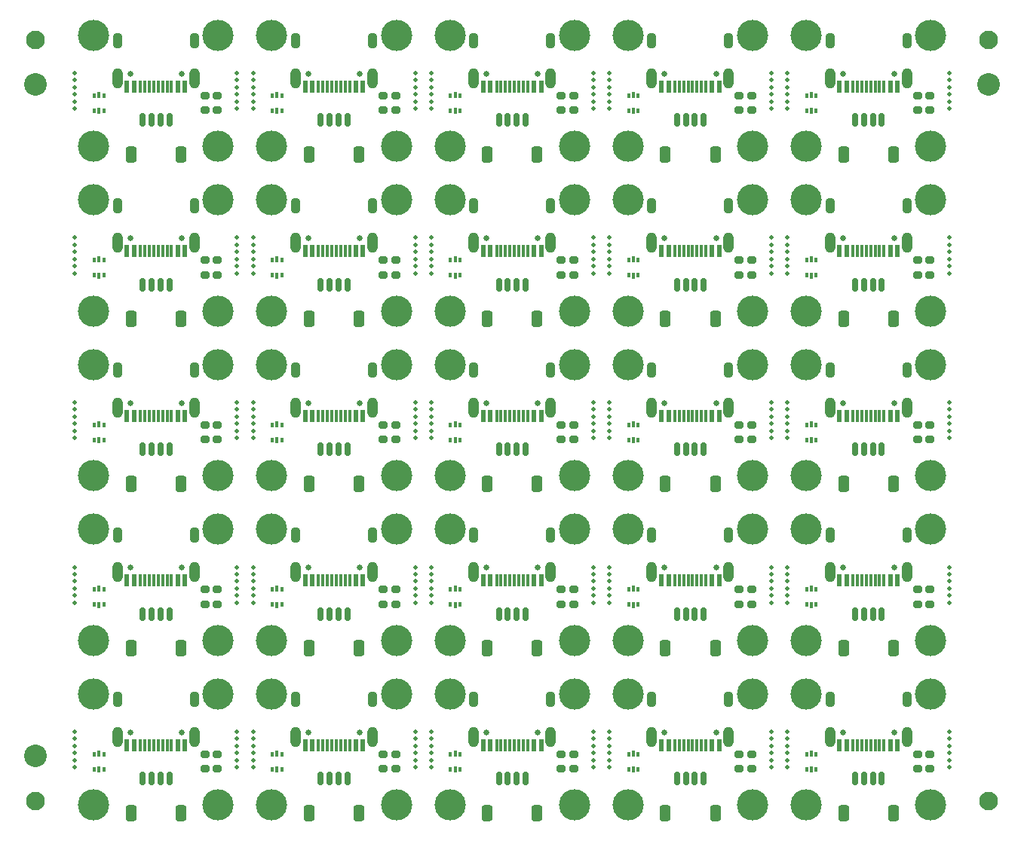
<source format=gts>
%TF.GenerationSoftware,KiCad,Pcbnew,8.0.7*%
%TF.CreationDate,2025-01-05T21:54:17+08:00*%
%TF.ProjectId,u1-panelized,75312d70-616e-4656-9c69-7a65642e6b69,rev?*%
%TF.SameCoordinates,PX5836c38PY1312d00*%
%TF.FileFunction,Soldermask,Top*%
%TF.FilePolarity,Negative*%
%FSLAX46Y46*%
G04 Gerber Fmt 4.6, Leading zero omitted, Abs format (unit mm)*
G04 Created by KiCad (PCBNEW 8.0.7) date 2025-01-05 21:54:17*
%MOMM*%
%LPD*%
G01*
G04 APERTURE LIST*
G04 Aperture macros list*
%AMRoundRect*
0 Rectangle with rounded corners*
0 $1 Rounding radius*
0 $2 $3 $4 $5 $6 $7 $8 $9 X,Y pos of 4 corners*
0 Add a 4 corners polygon primitive as box body*
4,1,4,$2,$3,$4,$5,$6,$7,$8,$9,$2,$3,0*
0 Add four circle primitives for the rounded corners*
1,1,$1+$1,$2,$3*
1,1,$1+$1,$4,$5*
1,1,$1+$1,$6,$7*
1,1,$1+$1,$8,$9*
0 Add four rect primitives between the rounded corners*
20,1,$1+$1,$2,$3,$4,$5,0*
20,1,$1+$1,$4,$5,$6,$7,0*
20,1,$1+$1,$6,$7,$8,$9,0*
20,1,$1+$1,$8,$9,$2,$3,0*%
G04 Aperture macros list end*
%ADD10C,0.500000*%
%ADD11C,3.500000*%
%ADD12R,0.375000X0.500000*%
%ADD13R,0.300000X0.650000*%
%ADD14RoundRect,0.200000X0.275000X-0.200000X0.275000X0.200000X-0.275000X0.200000X-0.275000X-0.200000X0*%
%ADD15RoundRect,0.200000X-0.275000X0.200000X-0.275000X-0.200000X0.275000X-0.200000X0.275000X0.200000X0*%
%ADD16C,0.650000*%
%ADD17R,0.600000X1.450000*%
%ADD18R,0.300000X1.450000*%
%ADD19O,1.200000X2.300000*%
%ADD20O,1.100000X1.800000*%
%ADD21RoundRect,0.150000X-0.150000X-0.625000X0.150000X-0.625000X0.150000X0.625000X-0.150000X0.625000X0*%
%ADD22RoundRect,0.249999X-0.350001X-0.650001X0.350001X-0.650001X0.350001X0.650001X-0.350001X0.650001X0*%
%ADD23C,2.540000*%
%ADD24C,2.100000*%
G04 APERTURE END LIST*
D10*
%TO.C,KiKit_MB_18_6*%
X85101000Y-28750000D03*
%TD*%
%TO.C,KiKit_MB_46_2*%
X65101000Y-81050000D03*
%TD*%
%TO.C,KiKit_MB_41_1*%
X6901000Y-84250000D03*
%TD*%
D11*
%TO.C,REF\u002A\u002A*%
X29001000Y-14500000D03*
%TD*%
D12*
%TO.C,U1*%
X50138500Y-8750000D03*
D13*
X49601000Y-8675000D03*
D12*
X49063500Y-8750000D03*
X49063500Y-10450000D03*
D13*
X49601000Y-10525000D03*
D12*
X50138500Y-10450000D03*
%TD*%
D11*
%TO.C,REF\u002A\u002A*%
X83001000Y-88500000D03*
%TD*%
D10*
%TO.C,KiKit_MB_37_4*%
X66901000Y-63350000D03*
%TD*%
D14*
%TO.C,R2*%
X102901000Y-84425000D03*
X102901000Y-82775000D03*
%TD*%
D11*
%TO.C,REF\u002A\u002A*%
X89001000Y-51500000D03*
%TD*%
D10*
%TO.C,KiKit_MB_41_2*%
X6901000Y-83450000D03*
%TD*%
D15*
%TO.C,R1*%
X61501000Y-82775000D03*
X61501000Y-84425000D03*
%TD*%
D11*
%TO.C,REF\u002A\u002A*%
X9001000Y-76000000D03*
%TD*%
%TO.C,REF\u002A\u002A*%
X23001000Y-33000000D03*
%TD*%
D10*
%TO.C,KiKit_MB_14_4*%
X45101000Y-27150000D03*
%TD*%
%TO.C,KiKit_MB_44_6*%
X45101000Y-84250000D03*
%TD*%
D16*
%TO.C,J1*%
X58891000Y-61800000D03*
X53111000Y-61800000D03*
D17*
X59251000Y-63245000D03*
X58451000Y-63245000D03*
D18*
X57251000Y-63245000D03*
X56251000Y-63245000D03*
X55751000Y-63245000D03*
X54751000Y-63245000D03*
D17*
X53551000Y-63245000D03*
X52751000Y-63245000D03*
X52751000Y-63245000D03*
X53551000Y-63245000D03*
D18*
X54251000Y-63245000D03*
X55251000Y-63245000D03*
X56751000Y-63245000D03*
X57751000Y-63245000D03*
D17*
X58451000Y-63245000D03*
X59251000Y-63245000D03*
D19*
X60321000Y-62330000D03*
D20*
X60321000Y-58150000D03*
D19*
X51681000Y-62330000D03*
D20*
X51681000Y-58150000D03*
%TD*%
D11*
%TO.C,REF\u002A\u002A*%
X83001000Y-51500000D03*
%TD*%
D10*
%TO.C,KiKit_MB_29_3*%
X86901000Y-45650000D03*
%TD*%
D16*
%TO.C,J1*%
X58891000Y-24800000D03*
X53111000Y-24800000D03*
D17*
X59251000Y-26245000D03*
X58451000Y-26245000D03*
D18*
X57251000Y-26245000D03*
X56251000Y-26245000D03*
X55751000Y-26245000D03*
X54751000Y-26245000D03*
D17*
X53551000Y-26245000D03*
X52751000Y-26245000D03*
X52751000Y-26245000D03*
X53551000Y-26245000D03*
D18*
X54251000Y-26245000D03*
X55251000Y-26245000D03*
X56751000Y-26245000D03*
X57751000Y-26245000D03*
D17*
X58451000Y-26245000D03*
X59251000Y-26245000D03*
D19*
X60321000Y-25330000D03*
D20*
X60321000Y-21150000D03*
D19*
X51681000Y-25330000D03*
D20*
X51681000Y-21150000D03*
%TD*%
D12*
%TO.C,U1*%
X90138500Y-45750000D03*
D13*
X89601000Y-45675000D03*
D12*
X89063500Y-45750000D03*
X89063500Y-47450000D03*
D13*
X89601000Y-47525000D03*
D12*
X90138500Y-47450000D03*
%TD*%
D10*
%TO.C,KiKit_MB_30_2*%
X105101000Y-44050000D03*
%TD*%
D16*
%TO.C,J1*%
X38891000Y-43300000D03*
X33111000Y-43300000D03*
D17*
X39251000Y-44745000D03*
X38451000Y-44745000D03*
D18*
X37251000Y-44745000D03*
X36251000Y-44745000D03*
X35751000Y-44745000D03*
X34751000Y-44745000D03*
D17*
X33551000Y-44745000D03*
X32751000Y-44745000D03*
X32751000Y-44745000D03*
X33551000Y-44745000D03*
D18*
X34251000Y-44745000D03*
X35251000Y-44745000D03*
X36751000Y-44745000D03*
X37751000Y-44745000D03*
D17*
X38451000Y-44745000D03*
X39251000Y-44745000D03*
D19*
X40321000Y-43830000D03*
D20*
X40321000Y-39650000D03*
D19*
X31681000Y-43830000D03*
D20*
X31681000Y-39650000D03*
%TD*%
D11*
%TO.C,REF\u002A\u002A*%
X9001000Y-51500000D03*
%TD*%
D15*
%TO.C,R1*%
X81501000Y-27275000D03*
X81501000Y-28925000D03*
%TD*%
D10*
%TO.C,KiKit_MB_25_5*%
X46901000Y-44050000D03*
%TD*%
%TO.C,KiKit_MB_44_3*%
X45101000Y-81850000D03*
%TD*%
%TO.C,KiKit_MB_1_3*%
X6901000Y-8650000D03*
%TD*%
%TO.C,KiKit_MB_33_2*%
X26901000Y-64950000D03*
%TD*%
%TO.C,KiKit_MB_3_1*%
X26901000Y-10250000D03*
%TD*%
D11*
%TO.C,REF\u002A\u002A*%
X49001000Y-76000000D03*
%TD*%
D12*
%TO.C,U1*%
X70138500Y-45750000D03*
D13*
X69601000Y-45675000D03*
D12*
X69063500Y-45750000D03*
X69063500Y-47450000D03*
D13*
X69601000Y-47525000D03*
D12*
X70138500Y-47450000D03*
%TD*%
%TO.C,U1*%
X70138500Y-8750000D03*
D13*
X69601000Y-8675000D03*
D12*
X69063500Y-8750000D03*
X69063500Y-10450000D03*
D13*
X69601000Y-10525000D03*
D12*
X70138500Y-10450000D03*
%TD*%
D11*
%TO.C,REF\u002A\u002A*%
X29001000Y-76000000D03*
%TD*%
D10*
%TO.C,KiKit_MB_30_6*%
X105101000Y-47250000D03*
%TD*%
%TO.C,KiKit_MB_41_6*%
X6901000Y-80250000D03*
%TD*%
%TO.C,KiKit_MB_28_5*%
X85101000Y-46450000D03*
%TD*%
%TO.C,KiKit_MB_38_5*%
X85101000Y-64950000D03*
%TD*%
D14*
%TO.C,R2*%
X82901000Y-65925000D03*
X82901000Y-64275000D03*
%TD*%
D10*
%TO.C,KiKit_MB_1_1*%
X6901000Y-10250000D03*
%TD*%
D11*
%TO.C,REF\u002A\u002A*%
X83001000Y-20500000D03*
%TD*%
%TO.C,REF\u002A\u002A*%
X89001000Y-70000000D03*
%TD*%
D16*
%TO.C,J1*%
X18891000Y-6300000D03*
X13111000Y-6300000D03*
D17*
X19251000Y-7745000D03*
X18451000Y-7745000D03*
D18*
X17251000Y-7745000D03*
X16251000Y-7745000D03*
X15751000Y-7745000D03*
X14751000Y-7745000D03*
D17*
X13551000Y-7745000D03*
X12751000Y-7745000D03*
X12751000Y-7745000D03*
X13551000Y-7745000D03*
D18*
X14251000Y-7745000D03*
X15251000Y-7745000D03*
X16751000Y-7745000D03*
X17751000Y-7745000D03*
D17*
X18451000Y-7745000D03*
X19251000Y-7745000D03*
D19*
X20321000Y-6830000D03*
D20*
X20321000Y-2650000D03*
D19*
X11681000Y-6830000D03*
D20*
X11681000Y-2650000D03*
%TD*%
D10*
%TO.C,KiKit_MB_21_4*%
X6901000Y-44850000D03*
%TD*%
%TO.C,KiKit_MB_50_5*%
X105101000Y-83450000D03*
%TD*%
%TO.C,KiKit_MB_26_3*%
X65101000Y-44850000D03*
%TD*%
%TO.C,KiKit_MB_23_2*%
X26901000Y-46450000D03*
%TD*%
D21*
%TO.C,J2*%
X34501000Y-85500000D03*
X35501000Y-85500000D03*
X36501000Y-85500000D03*
X37501000Y-85500000D03*
D22*
X33201000Y-89375000D03*
X38801000Y-89375000D03*
%TD*%
D12*
%TO.C,U1*%
X50138500Y-45750000D03*
D13*
X49601000Y-45675000D03*
D12*
X49063500Y-45750000D03*
X49063500Y-47450000D03*
D13*
X49601000Y-47525000D03*
D12*
X50138500Y-47450000D03*
%TD*%
D10*
%TO.C,KiKit_MB_4_3*%
X45101000Y-7850000D03*
%TD*%
D11*
%TO.C,REF\u002A\u002A*%
X43001000Y-2000000D03*
%TD*%
D10*
%TO.C,KiKit_MB_30_5*%
X105101000Y-46450000D03*
%TD*%
D11*
%TO.C,REF\u002A\u002A*%
X89001000Y-33000000D03*
%TD*%
D10*
%TO.C,KiKit_MB_7_6*%
X66901000Y-6250000D03*
%TD*%
%TO.C,KiKit_MB_20_3*%
X105101000Y-26350000D03*
%TD*%
D16*
%TO.C,J1*%
X78891000Y-43300000D03*
X73111000Y-43300000D03*
D17*
X79251000Y-44745000D03*
X78451000Y-44745000D03*
D18*
X77251000Y-44745000D03*
X76251000Y-44745000D03*
X75751000Y-44745000D03*
X74751000Y-44745000D03*
D17*
X73551000Y-44745000D03*
X72751000Y-44745000D03*
X72751000Y-44745000D03*
X73551000Y-44745000D03*
D18*
X74251000Y-44745000D03*
X75251000Y-44745000D03*
X76751000Y-44745000D03*
X77751000Y-44745000D03*
D17*
X78451000Y-44745000D03*
X79251000Y-44745000D03*
D19*
X80321000Y-43830000D03*
D20*
X80321000Y-39650000D03*
D19*
X71681000Y-43830000D03*
D20*
X71681000Y-39650000D03*
%TD*%
D10*
%TO.C,KiKit_MB_31_5*%
X6901000Y-62550000D03*
%TD*%
%TO.C,KiKit_MB_24_5*%
X45101000Y-46450000D03*
%TD*%
%TO.C,KiKit_MB_6_1*%
X65101000Y-6250000D03*
%TD*%
%TO.C,KiKit_MB_16_4*%
X65101000Y-27150000D03*
%TD*%
D21*
%TO.C,J2*%
X54501000Y-11500000D03*
X55501000Y-11500000D03*
X56501000Y-11500000D03*
X57501000Y-11500000D03*
D22*
X53201000Y-15375000D03*
X58801000Y-15375000D03*
%TD*%
D10*
%TO.C,KiKit_MB_34_3*%
X45101000Y-63350000D03*
%TD*%
D15*
%TO.C,R1*%
X61501000Y-27275000D03*
X61501000Y-28925000D03*
%TD*%
D21*
%TO.C,J2*%
X34501000Y-67000000D03*
X35501000Y-67000000D03*
X36501000Y-67000000D03*
X37501000Y-67000000D03*
D22*
X33201000Y-70875000D03*
X38801000Y-70875000D03*
%TD*%
D10*
%TO.C,KiKit_MB_27_2*%
X66901000Y-46450000D03*
%TD*%
%TO.C,KiKit_MB_28_1*%
X85101000Y-43250000D03*
%TD*%
D14*
%TO.C,R2*%
X102901000Y-65925000D03*
X102901000Y-64275000D03*
%TD*%
D11*
%TO.C,REF\u002A\u002A*%
X29001000Y-2000000D03*
%TD*%
D10*
%TO.C,KiKit_MB_27_4*%
X66901000Y-44850000D03*
%TD*%
D12*
%TO.C,U1*%
X30138500Y-8750000D03*
D13*
X29601000Y-8675000D03*
D12*
X29063500Y-8750000D03*
X29063500Y-10450000D03*
D13*
X29601000Y-10525000D03*
D12*
X30138500Y-10450000D03*
%TD*%
D10*
%TO.C,KiKit_MB_1_5*%
X6901000Y-7050000D03*
%TD*%
%TO.C,KiKit_MB_8_2*%
X85101000Y-7050000D03*
%TD*%
%TO.C,KiKit_MB_17_5*%
X66901000Y-25550000D03*
%TD*%
D11*
%TO.C,REF\u002A\u002A*%
X9001000Y-33000000D03*
%TD*%
%TO.C,REF\u002A\u002A*%
X9001000Y-57500000D03*
%TD*%
D10*
%TO.C,KiKit_MB_35_4*%
X46901000Y-63350000D03*
%TD*%
%TO.C,KiKit_MB_31_3*%
X6901000Y-64150000D03*
%TD*%
D11*
%TO.C,REF\u002A\u002A*%
X9001000Y-88500000D03*
%TD*%
D10*
%TO.C,KiKit_MB_37_5*%
X66901000Y-62550000D03*
%TD*%
D16*
%TO.C,J1*%
X98891000Y-80300000D03*
X93111000Y-80300000D03*
D17*
X99251000Y-81745000D03*
X98451000Y-81745000D03*
D18*
X97251000Y-81745000D03*
X96251000Y-81745000D03*
X95751000Y-81745000D03*
X94751000Y-81745000D03*
D17*
X93551000Y-81745000D03*
X92751000Y-81745000D03*
X92751000Y-81745000D03*
X93551000Y-81745000D03*
D18*
X94251000Y-81745000D03*
X95251000Y-81745000D03*
X96751000Y-81745000D03*
X97751000Y-81745000D03*
D17*
X98451000Y-81745000D03*
X99251000Y-81745000D03*
D19*
X100321000Y-80830000D03*
D20*
X100321000Y-76650000D03*
D19*
X91681000Y-80830000D03*
D20*
X91681000Y-76650000D03*
%TD*%
D10*
%TO.C,KiKit_MB_24_3*%
X45101000Y-44850000D03*
%TD*%
%TO.C,KiKit_MB_5_3*%
X46901000Y-8650000D03*
%TD*%
%TO.C,KiKit_MB_20_1*%
X105101000Y-24750000D03*
%TD*%
D11*
%TO.C,REF\u002A\u002A*%
X63001000Y-88500000D03*
%TD*%
D10*
%TO.C,KiKit_MB_19_4*%
X86901000Y-26350000D03*
%TD*%
%TO.C,KiKit_MB_45_4*%
X46901000Y-81850000D03*
%TD*%
%TO.C,KiKit_MB_2_4*%
X25101000Y-8650000D03*
%TD*%
D15*
%TO.C,R1*%
X21501000Y-27275000D03*
X21501000Y-28925000D03*
%TD*%
D11*
%TO.C,REF\u002A\u002A*%
X89001000Y-20500000D03*
%TD*%
D10*
%TO.C,KiKit_MB_17_3*%
X66901000Y-27150000D03*
%TD*%
%TO.C,KiKit_MB_44_1*%
X45101000Y-80250000D03*
%TD*%
D11*
%TO.C,REF\u002A\u002A*%
X49001000Y-2000000D03*
%TD*%
D21*
%TO.C,J2*%
X14501000Y-48500000D03*
X15501000Y-48500000D03*
X16501000Y-48500000D03*
X17501000Y-48500000D03*
D22*
X13201000Y-52375000D03*
X18801000Y-52375000D03*
%TD*%
D10*
%TO.C,KiKit_MB_20_5*%
X105101000Y-27950000D03*
%TD*%
D11*
%TO.C,REF\u002A\u002A*%
X83001000Y-76000000D03*
%TD*%
D10*
%TO.C,KiKit_MB_3_2*%
X26901000Y-9450000D03*
%TD*%
%TO.C,KiKit_MB_20_2*%
X105101000Y-25550000D03*
%TD*%
D21*
%TO.C,J2*%
X14501000Y-11500000D03*
X15501000Y-11500000D03*
X16501000Y-11500000D03*
X17501000Y-11500000D03*
D22*
X13201000Y-15375000D03*
X18801000Y-15375000D03*
%TD*%
D23*
%TO.C,KiKit_FID_T_2*%
X109502000Y-7500000D03*
%TD*%
D10*
%TO.C,KiKit_MB_1_4*%
X6901000Y-7850000D03*
%TD*%
D12*
%TO.C,U1*%
X10138500Y-45750000D03*
D13*
X9601000Y-45675000D03*
D12*
X9063500Y-45750000D03*
X9063500Y-47450000D03*
D13*
X9601000Y-47525000D03*
D12*
X10138500Y-47450000D03*
%TD*%
D14*
%TO.C,R2*%
X42901000Y-65925000D03*
X42901000Y-64275000D03*
%TD*%
D10*
%TO.C,KiKit_MB_29_6*%
X86901000Y-43250000D03*
%TD*%
D11*
%TO.C,REF\u002A\u002A*%
X29001000Y-70000000D03*
%TD*%
D10*
%TO.C,KiKit_MB_13_3*%
X26901000Y-27150000D03*
%TD*%
%TO.C,KiKit_MB_13_6*%
X26901000Y-24750000D03*
%TD*%
D11*
%TO.C,REF\u002A\u002A*%
X83001000Y-33000000D03*
%TD*%
D14*
%TO.C,R2*%
X22901000Y-47425000D03*
X22901000Y-45775000D03*
%TD*%
D10*
%TO.C,KiKit_MB_36_3*%
X65101000Y-63350000D03*
%TD*%
%TO.C,KiKit_MB_7_3*%
X66901000Y-8650000D03*
%TD*%
D14*
%TO.C,R2*%
X62901000Y-28925000D03*
X62901000Y-27275000D03*
%TD*%
D10*
%TO.C,KiKit_MB_9_1*%
X86901000Y-10250000D03*
%TD*%
D24*
%TO.C,KiKit_TO_4*%
X109502000Y-88000000D03*
%TD*%
D16*
%TO.C,J1*%
X58891000Y-80300000D03*
X53111000Y-80300000D03*
D17*
X59251000Y-81745000D03*
X58451000Y-81745000D03*
D18*
X57251000Y-81745000D03*
X56251000Y-81745000D03*
X55751000Y-81745000D03*
X54751000Y-81745000D03*
D17*
X53551000Y-81745000D03*
X52751000Y-81745000D03*
X52751000Y-81745000D03*
X53551000Y-81745000D03*
D18*
X54251000Y-81745000D03*
X55251000Y-81745000D03*
X56751000Y-81745000D03*
X57751000Y-81745000D03*
D17*
X58451000Y-81745000D03*
X59251000Y-81745000D03*
D19*
X60321000Y-80830000D03*
D20*
X60321000Y-76650000D03*
D19*
X51681000Y-80830000D03*
D20*
X51681000Y-76650000D03*
%TD*%
D21*
%TO.C,J2*%
X94501000Y-48500000D03*
X95501000Y-48500000D03*
X96501000Y-48500000D03*
X97501000Y-48500000D03*
D22*
X93201000Y-52375000D03*
X98801000Y-52375000D03*
%TD*%
D10*
%TO.C,KiKit_MB_42_5*%
X25101000Y-83450000D03*
%TD*%
%TO.C,KiKit_MB_47_1*%
X66901000Y-84250000D03*
%TD*%
D11*
%TO.C,REF\u002A\u002A*%
X103001000Y-14500000D03*
%TD*%
D16*
%TO.C,J1*%
X98891000Y-6300000D03*
X93111000Y-6300000D03*
D17*
X99251000Y-7745000D03*
X98451000Y-7745000D03*
D18*
X97251000Y-7745000D03*
X96251000Y-7745000D03*
X95751000Y-7745000D03*
X94751000Y-7745000D03*
D17*
X93551000Y-7745000D03*
X92751000Y-7745000D03*
X92751000Y-7745000D03*
X93551000Y-7745000D03*
D18*
X94251000Y-7745000D03*
X95251000Y-7745000D03*
X96751000Y-7745000D03*
X97751000Y-7745000D03*
D17*
X98451000Y-7745000D03*
X99251000Y-7745000D03*
D19*
X100321000Y-6830000D03*
D20*
X100321000Y-2650000D03*
D19*
X91681000Y-6830000D03*
D20*
X91681000Y-2650000D03*
%TD*%
D10*
%TO.C,KiKit_MB_44_5*%
X45101000Y-83450000D03*
%TD*%
D11*
%TO.C,REF\u002A\u002A*%
X23001000Y-88500000D03*
%TD*%
D10*
%TO.C,KiKit_MB_49_4*%
X86901000Y-81850000D03*
%TD*%
D15*
%TO.C,R1*%
X41501000Y-27275000D03*
X41501000Y-28925000D03*
%TD*%
D10*
%TO.C,KiKit_MB_13_5*%
X26901000Y-25550000D03*
%TD*%
%TO.C,KiKit_MB_29_1*%
X86901000Y-47250000D03*
%TD*%
D12*
%TO.C,U1*%
X10138500Y-64250000D03*
D13*
X9601000Y-64175000D03*
D12*
X9063500Y-64250000D03*
X9063500Y-65950000D03*
D13*
X9601000Y-66025000D03*
D12*
X10138500Y-65950000D03*
%TD*%
D10*
%TO.C,KiKit_MB_45_2*%
X46901000Y-83450000D03*
%TD*%
D24*
%TO.C,KiKit_TO_2*%
X109502000Y-2500000D03*
%TD*%
D10*
%TO.C,KiKit_MB_47_2*%
X66901000Y-83450000D03*
%TD*%
%TO.C,KiKit_MB_6_5*%
X65101000Y-9450000D03*
%TD*%
%TO.C,KiKit_MB_13_1*%
X26901000Y-28750000D03*
%TD*%
D12*
%TO.C,U1*%
X10138500Y-8750000D03*
D13*
X9601000Y-8675000D03*
D12*
X9063500Y-8750000D03*
X9063500Y-10450000D03*
D13*
X9601000Y-10525000D03*
D12*
X10138500Y-10450000D03*
%TD*%
D21*
%TO.C,J2*%
X34501000Y-11500000D03*
X35501000Y-11500000D03*
X36501000Y-11500000D03*
X37501000Y-11500000D03*
D22*
X33201000Y-15375000D03*
X38801000Y-15375000D03*
%TD*%
D21*
%TO.C,J2*%
X74501000Y-30000000D03*
X75501000Y-30000000D03*
X76501000Y-30000000D03*
X77501000Y-30000000D03*
D22*
X73201000Y-33875000D03*
X78801000Y-33875000D03*
%TD*%
D10*
%TO.C,KiKit_MB_34_6*%
X45101000Y-65750000D03*
%TD*%
%TO.C,KiKit_MB_19_6*%
X86901000Y-24750000D03*
%TD*%
%TO.C,KiKit_MB_32_4*%
X25101000Y-64150000D03*
%TD*%
%TO.C,KiKit_MB_47_3*%
X66901000Y-82650000D03*
%TD*%
%TO.C,KiKit_MB_18_3*%
X85101000Y-26350000D03*
%TD*%
D16*
%TO.C,J1*%
X38891000Y-24800000D03*
X33111000Y-24800000D03*
D17*
X39251000Y-26245000D03*
X38451000Y-26245000D03*
D18*
X37251000Y-26245000D03*
X36251000Y-26245000D03*
X35751000Y-26245000D03*
X34751000Y-26245000D03*
D17*
X33551000Y-26245000D03*
X32751000Y-26245000D03*
X32751000Y-26245000D03*
X33551000Y-26245000D03*
D18*
X34251000Y-26245000D03*
X35251000Y-26245000D03*
X36751000Y-26245000D03*
X37751000Y-26245000D03*
D17*
X38451000Y-26245000D03*
X39251000Y-26245000D03*
D19*
X40321000Y-25330000D03*
D20*
X40321000Y-21150000D03*
D19*
X31681000Y-25330000D03*
D20*
X31681000Y-21150000D03*
%TD*%
D10*
%TO.C,KiKit_MB_9_5*%
X86901000Y-7050000D03*
%TD*%
%TO.C,KiKit_MB_17_1*%
X66901000Y-28750000D03*
%TD*%
%TO.C,KiKit_MB_43_2*%
X26901000Y-83450000D03*
%TD*%
D16*
%TO.C,J1*%
X18891000Y-80300000D03*
X13111000Y-80300000D03*
D17*
X19251000Y-81745000D03*
X18451000Y-81745000D03*
D18*
X17251000Y-81745000D03*
X16251000Y-81745000D03*
X15751000Y-81745000D03*
X14751000Y-81745000D03*
D17*
X13551000Y-81745000D03*
X12751000Y-81745000D03*
X12751000Y-81745000D03*
X13551000Y-81745000D03*
D18*
X14251000Y-81745000D03*
X15251000Y-81745000D03*
X16751000Y-81745000D03*
X17751000Y-81745000D03*
D17*
X18451000Y-81745000D03*
X19251000Y-81745000D03*
D19*
X20321000Y-80830000D03*
D20*
X20321000Y-76650000D03*
D19*
X11681000Y-80830000D03*
D20*
X11681000Y-76650000D03*
%TD*%
D10*
%TO.C,KiKit_MB_48_2*%
X85101000Y-81050000D03*
%TD*%
%TO.C,KiKit_MB_40_2*%
X105101000Y-62550000D03*
%TD*%
%TO.C,KiKit_MB_36_1*%
X65101000Y-61750000D03*
%TD*%
%TO.C,KiKit_MB_45_1*%
X46901000Y-84250000D03*
%TD*%
%TO.C,KiKit_MB_6_4*%
X65101000Y-8650000D03*
%TD*%
%TO.C,KiKit_MB_27_5*%
X66901000Y-44050000D03*
%TD*%
%TO.C,KiKit_MB_3_6*%
X26901000Y-6250000D03*
%TD*%
%TO.C,KiKit_MB_4_5*%
X45101000Y-9450000D03*
%TD*%
D12*
%TO.C,U1*%
X10138500Y-82750000D03*
D13*
X9601000Y-82675000D03*
D12*
X9063500Y-82750000D03*
X9063500Y-84450000D03*
D13*
X9601000Y-84525000D03*
D12*
X10138500Y-84450000D03*
%TD*%
D10*
%TO.C,KiKit_MB_10_5*%
X105101000Y-9450000D03*
%TD*%
D11*
%TO.C,REF\u002A\u002A*%
X63001000Y-76000000D03*
%TD*%
D10*
%TO.C,KiKit_MB_45_3*%
X46901000Y-82650000D03*
%TD*%
%TO.C,KiKit_MB_37_1*%
X66901000Y-65750000D03*
%TD*%
%TO.C,KiKit_MB_21_3*%
X6901000Y-45650000D03*
%TD*%
%TO.C,KiKit_MB_7_2*%
X66901000Y-9450000D03*
%TD*%
D14*
%TO.C,R2*%
X22901000Y-10425000D03*
X22901000Y-8775000D03*
%TD*%
D10*
%TO.C,KiKit_MB_47_6*%
X66901000Y-80250000D03*
%TD*%
%TO.C,KiKit_MB_6_3*%
X65101000Y-7850000D03*
%TD*%
%TO.C,KiKit_MB_11_6*%
X6901000Y-24750000D03*
%TD*%
D23*
%TO.C,KiKit_FID_T_1*%
X2500000Y-7500000D03*
%TD*%
D16*
%TO.C,J1*%
X58891000Y-43300000D03*
X53111000Y-43300000D03*
D17*
X59251000Y-44745000D03*
X58451000Y-44745000D03*
D18*
X57251000Y-44745000D03*
X56251000Y-44745000D03*
X55751000Y-44745000D03*
X54751000Y-44745000D03*
D17*
X53551000Y-44745000D03*
X52751000Y-44745000D03*
X52751000Y-44745000D03*
X53551000Y-44745000D03*
D18*
X54251000Y-44745000D03*
X55251000Y-44745000D03*
X56751000Y-44745000D03*
X57751000Y-44745000D03*
D17*
X58451000Y-44745000D03*
X59251000Y-44745000D03*
D19*
X60321000Y-43830000D03*
D20*
X60321000Y-39650000D03*
D19*
X51681000Y-43830000D03*
D20*
X51681000Y-39650000D03*
%TD*%
D10*
%TO.C,KiKit_MB_18_2*%
X85101000Y-25550000D03*
%TD*%
D11*
%TO.C,REF\u002A\u002A*%
X43001000Y-39000000D03*
%TD*%
D10*
%TO.C,KiKit_MB_17_6*%
X66901000Y-24750000D03*
%TD*%
D11*
%TO.C,REF\u002A\u002A*%
X29001000Y-20500000D03*
%TD*%
D10*
%TO.C,KiKit_MB_9_4*%
X86901000Y-7850000D03*
%TD*%
D11*
%TO.C,REF\u002A\u002A*%
X103001000Y-51500000D03*
%TD*%
%TO.C,REF\u002A\u002A*%
X83001000Y-14500000D03*
%TD*%
D12*
%TO.C,U1*%
X90138500Y-27250000D03*
D13*
X89601000Y-27175000D03*
D12*
X89063500Y-27250000D03*
X89063500Y-28950000D03*
D13*
X89601000Y-29025000D03*
D12*
X90138500Y-28950000D03*
%TD*%
D14*
%TO.C,R2*%
X62901000Y-10425000D03*
X62901000Y-8775000D03*
%TD*%
D21*
%TO.C,J2*%
X94501000Y-30000000D03*
X95501000Y-30000000D03*
X96501000Y-30000000D03*
X97501000Y-30000000D03*
D22*
X93201000Y-33875000D03*
X98801000Y-33875000D03*
%TD*%
D10*
%TO.C,KiKit_MB_23_5*%
X26901000Y-44050000D03*
%TD*%
%TO.C,KiKit_MB_5_5*%
X46901000Y-7050000D03*
%TD*%
%TO.C,KiKit_MB_35_5*%
X46901000Y-62550000D03*
%TD*%
%TO.C,KiKit_MB_48_5*%
X85101000Y-83450000D03*
%TD*%
%TO.C,KiKit_MB_16_2*%
X65101000Y-25550000D03*
%TD*%
D11*
%TO.C,REF\u002A\u002A*%
X43001000Y-70000000D03*
%TD*%
D10*
%TO.C,KiKit_MB_15_6*%
X46901000Y-24750000D03*
%TD*%
%TO.C,KiKit_MB_46_1*%
X65101000Y-80250000D03*
%TD*%
%TO.C,KiKit_MB_8_5*%
X85101000Y-9450000D03*
%TD*%
%TO.C,KiKit_MB_43_5*%
X26901000Y-81050000D03*
%TD*%
D15*
%TO.C,R1*%
X101501000Y-27275000D03*
X101501000Y-28925000D03*
%TD*%
D10*
%TO.C,KiKit_MB_38_6*%
X85101000Y-65750000D03*
%TD*%
%TO.C,KiKit_MB_49_2*%
X86901000Y-83450000D03*
%TD*%
D12*
%TO.C,U1*%
X50138500Y-27250000D03*
D13*
X49601000Y-27175000D03*
D12*
X49063500Y-27250000D03*
X49063500Y-28950000D03*
D13*
X49601000Y-29025000D03*
D12*
X50138500Y-28950000D03*
%TD*%
D11*
%TO.C,REF\u002A\u002A*%
X89001000Y-88500000D03*
%TD*%
D21*
%TO.C,J2*%
X74501000Y-48500000D03*
X75501000Y-48500000D03*
X76501000Y-48500000D03*
X77501000Y-48500000D03*
D22*
X73201000Y-52375000D03*
X78801000Y-52375000D03*
%TD*%
D12*
%TO.C,U1*%
X30138500Y-82750000D03*
D13*
X29601000Y-82675000D03*
D12*
X29063500Y-82750000D03*
X29063500Y-84450000D03*
D13*
X29601000Y-84525000D03*
D12*
X30138500Y-84450000D03*
%TD*%
D21*
%TO.C,J2*%
X54501000Y-85500000D03*
X55501000Y-85500000D03*
X56501000Y-85500000D03*
X57501000Y-85500000D03*
D22*
X53201000Y-89375000D03*
X58801000Y-89375000D03*
%TD*%
D10*
%TO.C,KiKit_MB_35_1*%
X46901000Y-65750000D03*
%TD*%
D11*
%TO.C,REF\u002A\u002A*%
X89001000Y-2000000D03*
%TD*%
D12*
%TO.C,U1*%
X10138500Y-27250000D03*
D13*
X9601000Y-27175000D03*
D12*
X9063500Y-27250000D03*
X9063500Y-28950000D03*
D13*
X9601000Y-29025000D03*
D12*
X10138500Y-28950000D03*
%TD*%
D10*
%TO.C,KiKit_MB_7_5*%
X66901000Y-7050000D03*
%TD*%
%TO.C,KiKit_MB_42_6*%
X25101000Y-84250000D03*
%TD*%
%TO.C,KiKit_MB_4_2*%
X45101000Y-7050000D03*
%TD*%
%TO.C,KiKit_MB_5_4*%
X46901000Y-7850000D03*
%TD*%
D14*
%TO.C,R2*%
X82901000Y-84425000D03*
X82901000Y-82775000D03*
%TD*%
D12*
%TO.C,U1*%
X90138500Y-8750000D03*
D13*
X89601000Y-8675000D03*
D12*
X89063500Y-8750000D03*
X89063500Y-10450000D03*
D13*
X89601000Y-10525000D03*
D12*
X90138500Y-10450000D03*
%TD*%
D11*
%TO.C,REF\u002A\u002A*%
X43001000Y-14500000D03*
%TD*%
D10*
%TO.C,KiKit_MB_10_6*%
X105101000Y-10250000D03*
%TD*%
%TO.C,KiKit_MB_17_4*%
X66901000Y-26350000D03*
%TD*%
D16*
%TO.C,J1*%
X18891000Y-43300000D03*
X13111000Y-43300000D03*
D17*
X19251000Y-44745000D03*
X18451000Y-44745000D03*
D18*
X17251000Y-44745000D03*
X16251000Y-44745000D03*
X15751000Y-44745000D03*
X14751000Y-44745000D03*
D17*
X13551000Y-44745000D03*
X12751000Y-44745000D03*
X12751000Y-44745000D03*
X13551000Y-44745000D03*
D18*
X14251000Y-44745000D03*
X15251000Y-44745000D03*
X16751000Y-44745000D03*
X17751000Y-44745000D03*
D17*
X18451000Y-44745000D03*
X19251000Y-44745000D03*
D19*
X20321000Y-43830000D03*
D20*
X20321000Y-39650000D03*
D19*
X11681000Y-43830000D03*
D20*
X11681000Y-39650000D03*
%TD*%
D10*
%TO.C,KiKit_MB_20_6*%
X105101000Y-28750000D03*
%TD*%
D16*
%TO.C,J1*%
X38891000Y-6300000D03*
X33111000Y-6300000D03*
D17*
X39251000Y-7745000D03*
X38451000Y-7745000D03*
D18*
X37251000Y-7745000D03*
X36251000Y-7745000D03*
X35751000Y-7745000D03*
X34751000Y-7745000D03*
D17*
X33551000Y-7745000D03*
X32751000Y-7745000D03*
X32751000Y-7745000D03*
X33551000Y-7745000D03*
D18*
X34251000Y-7745000D03*
X35251000Y-7745000D03*
X36751000Y-7745000D03*
X37751000Y-7745000D03*
D17*
X38451000Y-7745000D03*
X39251000Y-7745000D03*
D19*
X40321000Y-6830000D03*
D20*
X40321000Y-2650000D03*
D19*
X31681000Y-6830000D03*
D20*
X31681000Y-2650000D03*
%TD*%
D12*
%TO.C,U1*%
X30138500Y-64250000D03*
D13*
X29601000Y-64175000D03*
D12*
X29063500Y-64250000D03*
X29063500Y-65950000D03*
D13*
X29601000Y-66025000D03*
D12*
X30138500Y-65950000D03*
%TD*%
D15*
%TO.C,R1*%
X41501000Y-8775000D03*
X41501000Y-10425000D03*
%TD*%
D10*
%TO.C,KiKit_MB_4_1*%
X45101000Y-6250000D03*
%TD*%
%TO.C,KiKit_MB_49_1*%
X86901000Y-84250000D03*
%TD*%
%TO.C,KiKit_MB_22_4*%
X25101000Y-45650000D03*
%TD*%
%TO.C,KiKit_MB_16_1*%
X65101000Y-24750000D03*
%TD*%
D11*
%TO.C,REF\u002A\u002A*%
X103001000Y-20500000D03*
%TD*%
D10*
%TO.C,KiKit_MB_36_6*%
X65101000Y-65750000D03*
%TD*%
%TO.C,KiKit_MB_42_4*%
X25101000Y-82650000D03*
%TD*%
%TO.C,KiKit_MB_35_3*%
X46901000Y-64150000D03*
%TD*%
%TO.C,KiKit_MB_38_2*%
X85101000Y-62550000D03*
%TD*%
D11*
%TO.C,REF\u002A\u002A*%
X23001000Y-14500000D03*
%TD*%
D10*
%TO.C,KiKit_MB_41_5*%
X6901000Y-81050000D03*
%TD*%
D14*
%TO.C,R2*%
X22901000Y-65925000D03*
X22901000Y-64275000D03*
%TD*%
D10*
%TO.C,KiKit_MB_33_3*%
X26901000Y-64150000D03*
%TD*%
%TO.C,KiKit_MB_43_3*%
X26901000Y-82650000D03*
%TD*%
D11*
%TO.C,REF\u002A\u002A*%
X9001000Y-20500000D03*
%TD*%
D16*
%TO.C,J1*%
X78891000Y-61800000D03*
X73111000Y-61800000D03*
D17*
X79251000Y-63245000D03*
X78451000Y-63245000D03*
D18*
X77251000Y-63245000D03*
X76251000Y-63245000D03*
X75751000Y-63245000D03*
X74751000Y-63245000D03*
D17*
X73551000Y-63245000D03*
X72751000Y-63245000D03*
X72751000Y-63245000D03*
X73551000Y-63245000D03*
D18*
X74251000Y-63245000D03*
X75251000Y-63245000D03*
X76751000Y-63245000D03*
X77751000Y-63245000D03*
D17*
X78451000Y-63245000D03*
X79251000Y-63245000D03*
D19*
X80321000Y-62330000D03*
D20*
X80321000Y-58150000D03*
D19*
X71681000Y-62330000D03*
D20*
X71681000Y-58150000D03*
%TD*%
D11*
%TO.C,REF\u002A\u002A*%
X63001000Y-2000000D03*
%TD*%
D10*
%TO.C,KiKit_MB_31_1*%
X6901000Y-65750000D03*
%TD*%
D14*
%TO.C,R2*%
X62901000Y-47425000D03*
X62901000Y-45775000D03*
%TD*%
D10*
%TO.C,KiKit_MB_2_3*%
X25101000Y-7850000D03*
%TD*%
%TO.C,KiKit_MB_50_6*%
X105101000Y-84250000D03*
%TD*%
%TO.C,KiKit_MB_25_2*%
X46901000Y-46450000D03*
%TD*%
%TO.C,KiKit_MB_13_4*%
X26901000Y-26350000D03*
%TD*%
%TO.C,KiKit_MB_15_4*%
X46901000Y-26350000D03*
%TD*%
D14*
%TO.C,R2*%
X22901000Y-28925000D03*
X22901000Y-27275000D03*
%TD*%
D10*
%TO.C,KiKit_MB_43_1*%
X26901000Y-84250000D03*
%TD*%
D11*
%TO.C,REF\u002A\u002A*%
X49001000Y-57500000D03*
%TD*%
D21*
%TO.C,J2*%
X54501000Y-67000000D03*
X55501000Y-67000000D03*
X56501000Y-67000000D03*
X57501000Y-67000000D03*
D22*
X53201000Y-70875000D03*
X58801000Y-70875000D03*
%TD*%
D10*
%TO.C,KiKit_MB_46_3*%
X65101000Y-81850000D03*
%TD*%
%TO.C,KiKit_MB_42_3*%
X25101000Y-81850000D03*
%TD*%
%TO.C,KiKit_MB_34_2*%
X45101000Y-62550000D03*
%TD*%
D12*
%TO.C,U1*%
X70138500Y-27250000D03*
D13*
X69601000Y-27175000D03*
D12*
X69063500Y-27250000D03*
X69063500Y-28950000D03*
D13*
X69601000Y-29025000D03*
D12*
X70138500Y-28950000D03*
%TD*%
D14*
%TO.C,R2*%
X42901000Y-28925000D03*
X42901000Y-27275000D03*
%TD*%
D10*
%TO.C,KiKit_MB_5_6*%
X46901000Y-6250000D03*
%TD*%
D15*
%TO.C,R1*%
X81501000Y-45775000D03*
X81501000Y-47425000D03*
%TD*%
D10*
%TO.C,KiKit_MB_12_4*%
X25101000Y-27150000D03*
%TD*%
D15*
%TO.C,R1*%
X101501000Y-45775000D03*
X101501000Y-47425000D03*
%TD*%
D10*
%TO.C,KiKit_MB_22_5*%
X25101000Y-46450000D03*
%TD*%
D11*
%TO.C,REF\u002A\u002A*%
X69001000Y-57500000D03*
%TD*%
D10*
%TO.C,KiKit_MB_41_4*%
X6901000Y-81850000D03*
%TD*%
%TO.C,KiKit_MB_26_2*%
X65101000Y-44050000D03*
%TD*%
D14*
%TO.C,R2*%
X102901000Y-47425000D03*
X102901000Y-45775000D03*
%TD*%
D11*
%TO.C,REF\u002A\u002A*%
X63001000Y-51500000D03*
%TD*%
D10*
%TO.C,KiKit_MB_24_2*%
X45101000Y-44050000D03*
%TD*%
D21*
%TO.C,J2*%
X34501000Y-48500000D03*
X35501000Y-48500000D03*
X36501000Y-48500000D03*
X37501000Y-48500000D03*
D22*
X33201000Y-52375000D03*
X38801000Y-52375000D03*
%TD*%
D21*
%TO.C,J2*%
X14501000Y-30000000D03*
X15501000Y-30000000D03*
X16501000Y-30000000D03*
X17501000Y-30000000D03*
D22*
X13201000Y-33875000D03*
X18801000Y-33875000D03*
%TD*%
D12*
%TO.C,U1*%
X50138500Y-82750000D03*
D13*
X49601000Y-82675000D03*
D12*
X49063500Y-82750000D03*
X49063500Y-84450000D03*
D13*
X49601000Y-84525000D03*
D12*
X50138500Y-84450000D03*
%TD*%
D21*
%TO.C,J2*%
X34501000Y-30000000D03*
X35501000Y-30000000D03*
X36501000Y-30000000D03*
X37501000Y-30000000D03*
D22*
X33201000Y-33875000D03*
X38801000Y-33875000D03*
%TD*%
D10*
%TO.C,KiKit_MB_2_6*%
X25101000Y-10250000D03*
%TD*%
D21*
%TO.C,J2*%
X74501000Y-11500000D03*
X75501000Y-11500000D03*
X76501000Y-11500000D03*
X77501000Y-11500000D03*
D22*
X73201000Y-15375000D03*
X78801000Y-15375000D03*
%TD*%
D10*
%TO.C,KiKit_MB_30_1*%
X105101000Y-43250000D03*
%TD*%
D21*
%TO.C,J2*%
X74501000Y-67000000D03*
X75501000Y-67000000D03*
X76501000Y-67000000D03*
X77501000Y-67000000D03*
D22*
X73201000Y-70875000D03*
X78801000Y-70875000D03*
%TD*%
D10*
%TO.C,KiKit_MB_11_4*%
X6901000Y-26350000D03*
%TD*%
%TO.C,KiKit_MB_23_6*%
X26901000Y-43250000D03*
%TD*%
%TO.C,KiKit_MB_12_3*%
X25101000Y-26350000D03*
%TD*%
D11*
%TO.C,REF\u002A\u002A*%
X43001000Y-33000000D03*
%TD*%
%TO.C,REF\u002A\u002A*%
X103001000Y-33000000D03*
%TD*%
D10*
%TO.C,KiKit_MB_29_4*%
X86901000Y-44850000D03*
%TD*%
%TO.C,KiKit_MB_28_6*%
X85101000Y-47250000D03*
%TD*%
%TO.C,KiKit_MB_18_1*%
X85101000Y-24750000D03*
%TD*%
%TO.C,KiKit_MB_7_1*%
X66901000Y-10250000D03*
%TD*%
%TO.C,KiKit_MB_49_6*%
X86901000Y-80250000D03*
%TD*%
%TO.C,KiKit_MB_32_5*%
X25101000Y-64950000D03*
%TD*%
%TO.C,KiKit_MB_20_4*%
X105101000Y-27150000D03*
%TD*%
%TO.C,KiKit_MB_22_3*%
X25101000Y-44850000D03*
%TD*%
%TO.C,KiKit_MB_39_1*%
X86901000Y-65750000D03*
%TD*%
D14*
%TO.C,R2*%
X62901000Y-65925000D03*
X62901000Y-64275000D03*
%TD*%
D11*
%TO.C,REF\u002A\u002A*%
X49001000Y-88500000D03*
%TD*%
%TO.C,REF\u002A\u002A*%
X103001000Y-88500000D03*
%TD*%
D10*
%TO.C,KiKit_MB_36_5*%
X65101000Y-64950000D03*
%TD*%
%TO.C,KiKit_MB_4_6*%
X45101000Y-10250000D03*
%TD*%
%TO.C,KiKit_MB_49_3*%
X86901000Y-82650000D03*
%TD*%
%TO.C,KiKit_MB_40_4*%
X105101000Y-64150000D03*
%TD*%
%TO.C,KiKit_MB_19_5*%
X86901000Y-25550000D03*
%TD*%
D14*
%TO.C,R2*%
X42901000Y-47425000D03*
X42901000Y-45775000D03*
%TD*%
D15*
%TO.C,R1*%
X21501000Y-82775000D03*
X21501000Y-84425000D03*
%TD*%
D12*
%TO.C,U1*%
X30138500Y-27250000D03*
D13*
X29601000Y-27175000D03*
D12*
X29063500Y-27250000D03*
X29063500Y-28950000D03*
D13*
X29601000Y-29025000D03*
D12*
X30138500Y-28950000D03*
%TD*%
D10*
%TO.C,KiKit_MB_22_2*%
X25101000Y-44050000D03*
%TD*%
%TO.C,KiKit_MB_11_1*%
X6901000Y-28750000D03*
%TD*%
%TO.C,KiKit_MB_16_5*%
X65101000Y-27950000D03*
%TD*%
D16*
%TO.C,J1*%
X78891000Y-80300000D03*
X73111000Y-80300000D03*
D17*
X79251000Y-81745000D03*
X78451000Y-81745000D03*
D18*
X77251000Y-81745000D03*
X76251000Y-81745000D03*
X75751000Y-81745000D03*
X74751000Y-81745000D03*
D17*
X73551000Y-81745000D03*
X72751000Y-81745000D03*
X72751000Y-81745000D03*
X73551000Y-81745000D03*
D18*
X74251000Y-81745000D03*
X75251000Y-81745000D03*
X76751000Y-81745000D03*
X77751000Y-81745000D03*
D17*
X78451000Y-81745000D03*
X79251000Y-81745000D03*
D19*
X80321000Y-80830000D03*
D20*
X80321000Y-76650000D03*
D19*
X71681000Y-80830000D03*
D20*
X71681000Y-76650000D03*
%TD*%
D11*
%TO.C,REF\u002A\u002A*%
X69001000Y-14500000D03*
%TD*%
D10*
%TO.C,KiKit_MB_24_6*%
X45101000Y-47250000D03*
%TD*%
D15*
%TO.C,R1*%
X61501000Y-64275000D03*
X61501000Y-65925000D03*
%TD*%
D12*
%TO.C,U1*%
X50138500Y-64250000D03*
D13*
X49601000Y-64175000D03*
D12*
X49063500Y-64250000D03*
X49063500Y-65950000D03*
D13*
X49601000Y-66025000D03*
D12*
X50138500Y-65950000D03*
%TD*%
D16*
%TO.C,J1*%
X78891000Y-6300000D03*
X73111000Y-6300000D03*
D17*
X79251000Y-7745000D03*
X78451000Y-7745000D03*
D18*
X77251000Y-7745000D03*
X76251000Y-7745000D03*
X75751000Y-7745000D03*
X74751000Y-7745000D03*
D17*
X73551000Y-7745000D03*
X72751000Y-7745000D03*
X72751000Y-7745000D03*
X73551000Y-7745000D03*
D18*
X74251000Y-7745000D03*
X75251000Y-7745000D03*
X76751000Y-7745000D03*
X77751000Y-7745000D03*
D17*
X78451000Y-7745000D03*
X79251000Y-7745000D03*
D19*
X80321000Y-6830000D03*
D20*
X80321000Y-2650000D03*
D19*
X71681000Y-6830000D03*
D20*
X71681000Y-2650000D03*
%TD*%
D10*
%TO.C,KiKit_MB_13_2*%
X26901000Y-27950000D03*
%TD*%
%TO.C,KiKit_MB_18_5*%
X85101000Y-27950000D03*
%TD*%
%TO.C,KiKit_MB_40_1*%
X105101000Y-61750000D03*
%TD*%
%TO.C,KiKit_MB_30_3*%
X105101000Y-44850000D03*
%TD*%
%TO.C,KiKit_MB_39_5*%
X86901000Y-62550000D03*
%TD*%
%TO.C,KiKit_MB_26_1*%
X65101000Y-43250000D03*
%TD*%
D11*
%TO.C,REF\u002A\u002A*%
X43001000Y-57500000D03*
%TD*%
%TO.C,REF\u002A\u002A*%
X103001000Y-2000000D03*
%TD*%
D10*
%TO.C,KiKit_MB_11_3*%
X6901000Y-27150000D03*
%TD*%
D21*
%TO.C,J2*%
X94501000Y-67000000D03*
X95501000Y-67000000D03*
X96501000Y-67000000D03*
X97501000Y-67000000D03*
D22*
X93201000Y-70875000D03*
X98801000Y-70875000D03*
%TD*%
D10*
%TO.C,KiKit_MB_43_4*%
X26901000Y-81850000D03*
%TD*%
%TO.C,KiKit_MB_37_6*%
X66901000Y-61750000D03*
%TD*%
%TO.C,KiKit_MB_3_3*%
X26901000Y-8650000D03*
%TD*%
%TO.C,KiKit_MB_14_1*%
X45101000Y-24750000D03*
%TD*%
D11*
%TO.C,REF\u002A\u002A*%
X63001000Y-70000000D03*
%TD*%
D15*
%TO.C,R1*%
X81501000Y-8775000D03*
X81501000Y-10425000D03*
%TD*%
D10*
%TO.C,KiKit_MB_34_5*%
X45101000Y-64950000D03*
%TD*%
D11*
%TO.C,REF\u002A\u002A*%
X9001000Y-70000000D03*
%TD*%
D10*
%TO.C,KiKit_MB_2_2*%
X25101000Y-7050000D03*
%TD*%
D16*
%TO.C,J1*%
X38891000Y-61800000D03*
X33111000Y-61800000D03*
D17*
X39251000Y-63245000D03*
X38451000Y-63245000D03*
D18*
X37251000Y-63245000D03*
X36251000Y-63245000D03*
X35751000Y-63245000D03*
X34751000Y-63245000D03*
D17*
X33551000Y-63245000D03*
X32751000Y-63245000D03*
X32751000Y-63245000D03*
X33551000Y-63245000D03*
D18*
X34251000Y-63245000D03*
X35251000Y-63245000D03*
X36751000Y-63245000D03*
X37751000Y-63245000D03*
D17*
X38451000Y-63245000D03*
X39251000Y-63245000D03*
D19*
X40321000Y-62330000D03*
D20*
X40321000Y-58150000D03*
D19*
X31681000Y-62330000D03*
D20*
X31681000Y-58150000D03*
%TD*%
D10*
%TO.C,KiKit_MB_36_2*%
X65101000Y-62550000D03*
%TD*%
%TO.C,KiKit_MB_37_3*%
X66901000Y-64150000D03*
%TD*%
D15*
%TO.C,R1*%
X21501000Y-45775000D03*
X21501000Y-47425000D03*
%TD*%
D10*
%TO.C,KiKit_MB_22_1*%
X25101000Y-43250000D03*
%TD*%
%TO.C,KiKit_MB_42_1*%
X25101000Y-80250000D03*
%TD*%
D21*
%TO.C,J2*%
X94501000Y-11500000D03*
X95501000Y-11500000D03*
X96501000Y-11500000D03*
X97501000Y-11500000D03*
D22*
X93201000Y-15375000D03*
X98801000Y-15375000D03*
%TD*%
D15*
%TO.C,R1*%
X81501000Y-64275000D03*
X81501000Y-65925000D03*
%TD*%
D11*
%TO.C,REF\u002A\u002A*%
X103001000Y-70000000D03*
%TD*%
D10*
%TO.C,KiKit_MB_38_3*%
X85101000Y-63350000D03*
%TD*%
%TO.C,KiKit_MB_28_3*%
X85101000Y-44850000D03*
%TD*%
%TO.C,KiKit_MB_21_2*%
X6901000Y-46450000D03*
%TD*%
%TO.C,KiKit_MB_40_5*%
X105101000Y-64950000D03*
%TD*%
%TO.C,KiKit_MB_2_5*%
X25101000Y-9450000D03*
%TD*%
%TO.C,KiKit_MB_47_5*%
X66901000Y-81050000D03*
%TD*%
D11*
%TO.C,REF\u002A\u002A*%
X9001000Y-2000000D03*
%TD*%
D10*
%TO.C,KiKit_MB_19_3*%
X86901000Y-27150000D03*
%TD*%
D14*
%TO.C,R2*%
X82901000Y-10425000D03*
X82901000Y-8775000D03*
%TD*%
D10*
%TO.C,KiKit_MB_25_3*%
X46901000Y-45650000D03*
%TD*%
D11*
%TO.C,REF\u002A\u002A*%
X23001000Y-39000000D03*
%TD*%
D10*
%TO.C,KiKit_MB_41_3*%
X6901000Y-82650000D03*
%TD*%
%TO.C,KiKit_MB_21_5*%
X6901000Y-44050000D03*
%TD*%
D23*
%TO.C,KiKit_FID_T_3*%
X2500000Y-83000000D03*
%TD*%
D10*
%TO.C,KiKit_MB_19_2*%
X86901000Y-27950000D03*
%TD*%
D11*
%TO.C,REF\u002A\u002A*%
X9001000Y-14500000D03*
%TD*%
D10*
%TO.C,KiKit_MB_48_6*%
X85101000Y-84250000D03*
%TD*%
%TO.C,KiKit_MB_1_2*%
X6901000Y-9450000D03*
%TD*%
%TO.C,KiKit_MB_16_6*%
X65101000Y-28750000D03*
%TD*%
%TO.C,KiKit_MB_24_1*%
X45101000Y-43250000D03*
%TD*%
D11*
%TO.C,REF\u002A\u002A*%
X69001000Y-51500000D03*
%TD*%
D10*
%TO.C,KiKit_MB_21_6*%
X6901000Y-43250000D03*
%TD*%
D14*
%TO.C,R2*%
X42901000Y-10425000D03*
X42901000Y-8775000D03*
%TD*%
%TO.C,R2*%
X82901000Y-47425000D03*
X82901000Y-45775000D03*
%TD*%
D15*
%TO.C,R1*%
X21501000Y-8775000D03*
X21501000Y-10425000D03*
%TD*%
D14*
%TO.C,R2*%
X102901000Y-28925000D03*
X102901000Y-27275000D03*
%TD*%
D10*
%TO.C,KiKit_MB_16_3*%
X65101000Y-26350000D03*
%TD*%
%TO.C,KiKit_MB_49_5*%
X86901000Y-81050000D03*
%TD*%
%TO.C,KiKit_MB_43_6*%
X26901000Y-80250000D03*
%TD*%
D21*
%TO.C,J2*%
X94501000Y-85500000D03*
X95501000Y-85500000D03*
X96501000Y-85500000D03*
X97501000Y-85500000D03*
D22*
X93201000Y-89375000D03*
X98801000Y-89375000D03*
%TD*%
D11*
%TO.C,REF\u002A\u002A*%
X49001000Y-70000000D03*
%TD*%
D10*
%TO.C,KiKit_MB_3_4*%
X26901000Y-7850000D03*
%TD*%
D15*
%TO.C,R1*%
X61501000Y-8775000D03*
X61501000Y-10425000D03*
%TD*%
D10*
%TO.C,KiKit_MB_9_6*%
X86901000Y-6250000D03*
%TD*%
%TO.C,KiKit_MB_3_5*%
X26901000Y-7050000D03*
%TD*%
D11*
%TO.C,REF\u002A\u002A*%
X83001000Y-57500000D03*
%TD*%
D15*
%TO.C,R1*%
X81501000Y-82775000D03*
X81501000Y-84425000D03*
%TD*%
D10*
%TO.C,KiKit_MB_24_4*%
X45101000Y-45650000D03*
%TD*%
%TO.C,KiKit_MB_14_5*%
X45101000Y-27950000D03*
%TD*%
%TO.C,KiKit_MB_40_3*%
X105101000Y-63350000D03*
%TD*%
D11*
%TO.C,REF\u002A\u002A*%
X63001000Y-14500000D03*
%TD*%
D10*
%TO.C,KiKit_MB_2_1*%
X25101000Y-6250000D03*
%TD*%
%TO.C,KiKit_MB_29_2*%
X86901000Y-46450000D03*
%TD*%
D15*
%TO.C,R1*%
X101501000Y-82775000D03*
X101501000Y-84425000D03*
%TD*%
D10*
%TO.C,KiKit_MB_12_6*%
X25101000Y-28750000D03*
%TD*%
D11*
%TO.C,REF\u002A\u002A*%
X29001000Y-51500000D03*
%TD*%
D10*
%TO.C,KiKit_MB_25_1*%
X46901000Y-47250000D03*
%TD*%
%TO.C,KiKit_MB_6_2*%
X65101000Y-7050000D03*
%TD*%
%TO.C,KiKit_MB_27_3*%
X66901000Y-45650000D03*
%TD*%
%TO.C,KiKit_MB_50_4*%
X105101000Y-82650000D03*
%TD*%
D11*
%TO.C,REF\u002A\u002A*%
X69001000Y-76000000D03*
%TD*%
D10*
%TO.C,KiKit_MB_15_2*%
X46901000Y-27950000D03*
%TD*%
%TO.C,KiKit_MB_28_4*%
X85101000Y-45650000D03*
%TD*%
D11*
%TO.C,REF\u002A\u002A*%
X63001000Y-39000000D03*
%TD*%
D14*
%TO.C,R2*%
X82901000Y-28925000D03*
X82901000Y-27275000D03*
%TD*%
D11*
%TO.C,REF\u002A\u002A*%
X63001000Y-57500000D03*
%TD*%
%TO.C,REF\u002A\u002A*%
X69001000Y-88500000D03*
%TD*%
D12*
%TO.C,U1*%
X70138500Y-64250000D03*
D13*
X69601000Y-64175000D03*
D12*
X69063500Y-64250000D03*
X69063500Y-65950000D03*
D13*
X69601000Y-66025000D03*
D12*
X70138500Y-65950000D03*
%TD*%
D10*
%TO.C,KiKit_MB_12_2*%
X25101000Y-25550000D03*
%TD*%
%TO.C,KiKit_MB_5_2*%
X46901000Y-9450000D03*
%TD*%
%TO.C,KiKit_MB_12_1*%
X25101000Y-24750000D03*
%TD*%
%TO.C,KiKit_MB_9_2*%
X86901000Y-9450000D03*
%TD*%
D21*
%TO.C,J2*%
X14501000Y-85500000D03*
X15501000Y-85500000D03*
X16501000Y-85500000D03*
X17501000Y-85500000D03*
D22*
X13201000Y-89375000D03*
X18801000Y-89375000D03*
%TD*%
D15*
%TO.C,R1*%
X61501000Y-45775000D03*
X61501000Y-47425000D03*
%TD*%
D10*
%TO.C,KiKit_MB_37_2*%
X66901000Y-64950000D03*
%TD*%
D21*
%TO.C,J2*%
X74501000Y-85500000D03*
X75501000Y-85500000D03*
X76501000Y-85500000D03*
X77501000Y-85500000D03*
D22*
X73201000Y-89375000D03*
X78801000Y-89375000D03*
%TD*%
D10*
%TO.C,KiKit_MB_33_1*%
X26901000Y-65750000D03*
%TD*%
%TO.C,KiKit_MB_34_1*%
X45101000Y-61750000D03*
%TD*%
%TO.C,KiKit_MB_6_6*%
X65101000Y-10250000D03*
%TD*%
D11*
%TO.C,REF\u002A\u002A*%
X83001000Y-39000000D03*
%TD*%
D10*
%TO.C,KiKit_MB_46_6*%
X65101000Y-84250000D03*
%TD*%
D16*
%TO.C,J1*%
X18891000Y-24800000D03*
X13111000Y-24800000D03*
D17*
X19251000Y-26245000D03*
X18451000Y-26245000D03*
D18*
X17251000Y-26245000D03*
X16251000Y-26245000D03*
X15751000Y-26245000D03*
X14751000Y-26245000D03*
D17*
X13551000Y-26245000D03*
X12751000Y-26245000D03*
X12751000Y-26245000D03*
X13551000Y-26245000D03*
D18*
X14251000Y-26245000D03*
X15251000Y-26245000D03*
X16751000Y-26245000D03*
X17751000Y-26245000D03*
D17*
X18451000Y-26245000D03*
X19251000Y-26245000D03*
D19*
X20321000Y-25330000D03*
D20*
X20321000Y-21150000D03*
D19*
X11681000Y-25330000D03*
D20*
X11681000Y-21150000D03*
%TD*%
D10*
%TO.C,KiKit_MB_14_2*%
X45101000Y-25550000D03*
%TD*%
D11*
%TO.C,REF\u002A\u002A*%
X29001000Y-57500000D03*
%TD*%
D10*
%TO.C,KiKit_MB_23_4*%
X26901000Y-44850000D03*
%TD*%
D11*
%TO.C,REF\u002A\u002A*%
X43001000Y-20500000D03*
%TD*%
D10*
%TO.C,KiKit_MB_46_4*%
X65101000Y-82650000D03*
%TD*%
%TO.C,KiKit_MB_25_6*%
X46901000Y-43250000D03*
%TD*%
%TO.C,KiKit_MB_27_6*%
X66901000Y-43250000D03*
%TD*%
D15*
%TO.C,R1*%
X21501000Y-64275000D03*
X21501000Y-65925000D03*
%TD*%
D10*
%TO.C,KiKit_MB_33_6*%
X26901000Y-61750000D03*
%TD*%
%TO.C,KiKit_MB_39_2*%
X86901000Y-64950000D03*
%TD*%
D11*
%TO.C,REF\u002A\u002A*%
X69001000Y-70000000D03*
%TD*%
%TO.C,REF\u002A\u002A*%
X89001000Y-76000000D03*
%TD*%
D10*
%TO.C,KiKit_MB_5_1*%
X46901000Y-10250000D03*
%TD*%
D11*
%TO.C,REF\u002A\u002A*%
X69001000Y-39000000D03*
%TD*%
%TO.C,REF\u002A\u002A*%
X23001000Y-51500000D03*
%TD*%
%TO.C,REF\u002A\u002A*%
X63001000Y-33000000D03*
%TD*%
D10*
%TO.C,KiKit_MB_48_4*%
X85101000Y-82650000D03*
%TD*%
%TO.C,KiKit_MB_22_6*%
X25101000Y-47250000D03*
%TD*%
%TO.C,KiKit_MB_40_6*%
X105101000Y-65750000D03*
%TD*%
D15*
%TO.C,R1*%
X41501000Y-45775000D03*
X41501000Y-47425000D03*
%TD*%
D21*
%TO.C,J2*%
X14501000Y-67000000D03*
X15501000Y-67000000D03*
X16501000Y-67000000D03*
X17501000Y-67000000D03*
D22*
X13201000Y-70875000D03*
X18801000Y-70875000D03*
%TD*%
D11*
%TO.C,REF\u002A\u002A*%
X103001000Y-57500000D03*
%TD*%
%TO.C,REF\u002A\u002A*%
X23001000Y-2000000D03*
%TD*%
%TO.C,REF\u002A\u002A*%
X23001000Y-20500000D03*
%TD*%
D12*
%TO.C,U1*%
X90138500Y-82750000D03*
D13*
X89601000Y-82675000D03*
D12*
X89063500Y-82750000D03*
X89063500Y-84450000D03*
D13*
X89601000Y-84525000D03*
D12*
X90138500Y-84450000D03*
%TD*%
D10*
%TO.C,KiKit_MB_18_4*%
X85101000Y-27150000D03*
%TD*%
%TO.C,KiKit_MB_39_6*%
X86901000Y-61750000D03*
%TD*%
D11*
%TO.C,REF\u002A\u002A*%
X89001000Y-57500000D03*
%TD*%
D21*
%TO.C,J2*%
X54501000Y-48500000D03*
X55501000Y-48500000D03*
X56501000Y-48500000D03*
X57501000Y-48500000D03*
D22*
X53201000Y-52375000D03*
X58801000Y-52375000D03*
%TD*%
D10*
%TO.C,KiKit_MB_8_6*%
X85101000Y-10250000D03*
%TD*%
%TO.C,KiKit_MB_7_4*%
X66901000Y-7850000D03*
%TD*%
D11*
%TO.C,REF\u002A\u002A*%
X69001000Y-2000000D03*
%TD*%
%TO.C,REF\u002A\u002A*%
X49001000Y-14500000D03*
%TD*%
D14*
%TO.C,R2*%
X62901000Y-84425000D03*
X62901000Y-82775000D03*
%TD*%
D16*
%TO.C,J1*%
X38891000Y-80300000D03*
X33111000Y-80300000D03*
D17*
X39251000Y-81745000D03*
X38451000Y-81745000D03*
D18*
X37251000Y-81745000D03*
X36251000Y-81745000D03*
X35751000Y-81745000D03*
X34751000Y-81745000D03*
D17*
X33551000Y-81745000D03*
X32751000Y-81745000D03*
X32751000Y-81745000D03*
X33551000Y-81745000D03*
D18*
X34251000Y-81745000D03*
X35251000Y-81745000D03*
X36751000Y-81745000D03*
X37751000Y-81745000D03*
D17*
X38451000Y-81745000D03*
X39251000Y-81745000D03*
D19*
X40321000Y-80830000D03*
D20*
X40321000Y-76650000D03*
D19*
X31681000Y-80830000D03*
D20*
X31681000Y-76650000D03*
%TD*%
D24*
%TO.C,KiKit_TO_3*%
X2500000Y-88000000D03*
%TD*%
D10*
%TO.C,KiKit_MB_35_6*%
X46901000Y-61750000D03*
%TD*%
%TO.C,KiKit_MB_32_6*%
X25101000Y-65750000D03*
%TD*%
%TO.C,KiKit_MB_25_4*%
X46901000Y-44850000D03*
%TD*%
D11*
%TO.C,REF\u002A\u002A*%
X29001000Y-33000000D03*
%TD*%
%TO.C,REF\u002A\u002A*%
X23001000Y-57500000D03*
%TD*%
D10*
%TO.C,KiKit_MB_39_4*%
X86901000Y-63350000D03*
%TD*%
D16*
%TO.C,J1*%
X58891000Y-6300000D03*
X53111000Y-6300000D03*
D17*
X59251000Y-7745000D03*
X58451000Y-7745000D03*
D18*
X57251000Y-7745000D03*
X56251000Y-7745000D03*
X55751000Y-7745000D03*
X54751000Y-7745000D03*
D17*
X53551000Y-7745000D03*
X52751000Y-7745000D03*
X52751000Y-7745000D03*
X53551000Y-7745000D03*
D18*
X54251000Y-7745000D03*
X55251000Y-7745000D03*
X56751000Y-7745000D03*
X57751000Y-7745000D03*
D17*
X58451000Y-7745000D03*
X59251000Y-7745000D03*
D19*
X60321000Y-6830000D03*
D20*
X60321000Y-2650000D03*
D19*
X51681000Y-6830000D03*
D20*
X51681000Y-2650000D03*
%TD*%
D10*
%TO.C,KiKit_MB_10_2*%
X105101000Y-7050000D03*
%TD*%
D11*
%TO.C,REF\u002A\u002A*%
X63001000Y-20500000D03*
%TD*%
D14*
%TO.C,R2*%
X42901000Y-84425000D03*
X42901000Y-82775000D03*
%TD*%
D11*
%TO.C,REF\u002A\u002A*%
X83001000Y-70000000D03*
%TD*%
D10*
%TO.C,KiKit_MB_31_6*%
X6901000Y-61750000D03*
%TD*%
%TO.C,KiKit_MB_1_6*%
X6901000Y-6250000D03*
%TD*%
%TO.C,KiKit_MB_10_4*%
X105101000Y-8650000D03*
%TD*%
D11*
%TO.C,REF\u002A\u002A*%
X29001000Y-88500000D03*
%TD*%
D10*
%TO.C,KiKit_MB_8_3*%
X85101000Y-7850000D03*
%TD*%
%TO.C,KiKit_MB_46_5*%
X65101000Y-83450000D03*
%TD*%
%TO.C,KiKit_MB_17_2*%
X66901000Y-27950000D03*
%TD*%
D15*
%TO.C,R1*%
X41501000Y-64275000D03*
X41501000Y-65925000D03*
%TD*%
D10*
%TO.C,KiKit_MB_33_4*%
X26901000Y-63350000D03*
%TD*%
D11*
%TO.C,REF\u002A\u002A*%
X49001000Y-51500000D03*
%TD*%
D10*
%TO.C,KiKit_MB_39_3*%
X86901000Y-64150000D03*
%TD*%
%TO.C,KiKit_MB_23_1*%
X26901000Y-47250000D03*
%TD*%
%TO.C,KiKit_MB_44_2*%
X45101000Y-81050000D03*
%TD*%
%TO.C,KiKit_MB_26_4*%
X65101000Y-45650000D03*
%TD*%
D12*
%TO.C,U1*%
X90138500Y-64250000D03*
D13*
X89601000Y-64175000D03*
D12*
X89063500Y-64250000D03*
X89063500Y-65950000D03*
D13*
X89601000Y-66025000D03*
D12*
X90138500Y-65950000D03*
%TD*%
D15*
%TO.C,R1*%
X101501000Y-8775000D03*
X101501000Y-10425000D03*
%TD*%
D14*
%TO.C,R2*%
X102901000Y-10425000D03*
X102901000Y-8775000D03*
%TD*%
D10*
%TO.C,KiKit_MB_38_4*%
X85101000Y-64150000D03*
%TD*%
D11*
%TO.C,REF\u002A\u002A*%
X43001000Y-88500000D03*
%TD*%
%TO.C,REF\u002A\u002A*%
X49001000Y-33000000D03*
%TD*%
%TO.C,REF\u002A\u002A*%
X49001000Y-39000000D03*
%TD*%
%TO.C,REF\u002A\u002A*%
X103001000Y-76000000D03*
%TD*%
%TO.C,REF\u002A\u002A*%
X89001000Y-14500000D03*
%TD*%
D10*
%TO.C,KiKit_MB_19_1*%
X86901000Y-28750000D03*
%TD*%
%TO.C,KiKit_MB_26_6*%
X65101000Y-47250000D03*
%TD*%
%TO.C,KiKit_MB_8_4*%
X85101000Y-8650000D03*
%TD*%
%TO.C,KiKit_MB_48_3*%
X85101000Y-81850000D03*
%TD*%
%TO.C,KiKit_MB_15_1*%
X46901000Y-28750000D03*
%TD*%
D16*
%TO.C,J1*%
X98891000Y-61800000D03*
X93111000Y-61800000D03*
D17*
X99251000Y-63245000D03*
X98451000Y-63245000D03*
D18*
X97251000Y-63245000D03*
X96251000Y-63245000D03*
X95751000Y-63245000D03*
X94751000Y-63245000D03*
D17*
X93551000Y-63245000D03*
X92751000Y-63245000D03*
X92751000Y-63245000D03*
X93551000Y-63245000D03*
D18*
X94251000Y-63245000D03*
X95251000Y-63245000D03*
X96751000Y-63245000D03*
X97751000Y-63245000D03*
D17*
X98451000Y-63245000D03*
X99251000Y-63245000D03*
D19*
X100321000Y-62330000D03*
D20*
X100321000Y-58150000D03*
D19*
X91681000Y-62330000D03*
D20*
X91681000Y-58150000D03*
%TD*%
D10*
%TO.C,KiKit_MB_34_4*%
X45101000Y-64150000D03*
%TD*%
%TO.C,KiKit_MB_15_5*%
X46901000Y-25550000D03*
%TD*%
%TO.C,KiKit_MB_27_1*%
X66901000Y-47250000D03*
%TD*%
%TO.C,KiKit_MB_14_3*%
X45101000Y-26350000D03*
%TD*%
%TO.C,KiKit_MB_23_3*%
X26901000Y-45650000D03*
%TD*%
D11*
%TO.C,REF\u002A\u002A*%
X23001000Y-76000000D03*
%TD*%
D10*
%TO.C,KiKit_MB_12_5*%
X25101000Y-27950000D03*
%TD*%
D14*
%TO.C,R2*%
X22901000Y-84425000D03*
X22901000Y-82775000D03*
%TD*%
D11*
%TO.C,REF\u002A\u002A*%
X83001000Y-2000000D03*
%TD*%
D10*
%TO.C,KiKit_MB_11_2*%
X6901000Y-27950000D03*
%TD*%
D11*
%TO.C,REF\u002A\u002A*%
X89001000Y-39000000D03*
%TD*%
%TO.C,REF\u002A\u002A*%
X9001000Y-39000000D03*
%TD*%
D10*
%TO.C,KiKit_MB_26_5*%
X65101000Y-46450000D03*
%TD*%
D21*
%TO.C,J2*%
X54501000Y-30000000D03*
X55501000Y-30000000D03*
X56501000Y-30000000D03*
X57501000Y-30000000D03*
D22*
X53201000Y-33875000D03*
X58801000Y-33875000D03*
%TD*%
D10*
%TO.C,KiKit_MB_35_2*%
X46901000Y-64950000D03*
%TD*%
D11*
%TO.C,REF\u002A\u002A*%
X69001000Y-33000000D03*
%TD*%
D10*
%TO.C,KiKit_MB_29_5*%
X86901000Y-44050000D03*
%TD*%
%TO.C,KiKit_MB_42_2*%
X25101000Y-81050000D03*
%TD*%
%TO.C,KiKit_MB_8_1*%
X85101000Y-6250000D03*
%TD*%
%TO.C,KiKit_MB_32_1*%
X25101000Y-61750000D03*
%TD*%
%TO.C,KiKit_MB_9_3*%
X86901000Y-8650000D03*
%TD*%
%TO.C,KiKit_MB_50_3*%
X105101000Y-81850000D03*
%TD*%
%TO.C,KiKit_MB_31_2*%
X6901000Y-64950000D03*
%TD*%
D15*
%TO.C,R1*%
X41501000Y-82775000D03*
X41501000Y-84425000D03*
%TD*%
D10*
%TO.C,KiKit_MB_47_4*%
X66901000Y-81850000D03*
%TD*%
D11*
%TO.C,REF\u002A\u002A*%
X29001000Y-39000000D03*
%TD*%
D24*
%TO.C,KiKit_TO_1*%
X2500000Y-2500000D03*
%TD*%
D10*
%TO.C,KiKit_MB_28_2*%
X85101000Y-44050000D03*
%TD*%
D12*
%TO.C,U1*%
X30138500Y-45750000D03*
D13*
X29601000Y-45675000D03*
D12*
X29063500Y-45750000D03*
X29063500Y-47450000D03*
D13*
X29601000Y-47525000D03*
D12*
X30138500Y-47450000D03*
%TD*%
D10*
%TO.C,KiKit_MB_45_5*%
X46901000Y-81050000D03*
%TD*%
D16*
%TO.C,J1*%
X78891000Y-24800000D03*
X73111000Y-24800000D03*
D17*
X79251000Y-26245000D03*
X78451000Y-26245000D03*
D18*
X77251000Y-26245000D03*
X76251000Y-26245000D03*
X75751000Y-26245000D03*
X74751000Y-26245000D03*
D17*
X73551000Y-26245000D03*
X72751000Y-26245000D03*
X72751000Y-26245000D03*
X73551000Y-26245000D03*
D18*
X74251000Y-26245000D03*
X75251000Y-26245000D03*
X76751000Y-26245000D03*
X77751000Y-26245000D03*
D17*
X78451000Y-26245000D03*
X79251000Y-26245000D03*
D19*
X80321000Y-25330000D03*
D20*
X80321000Y-21150000D03*
D19*
X71681000Y-25330000D03*
D20*
X71681000Y-21150000D03*
%TD*%
D12*
%TO.C,U1*%
X70138500Y-82750000D03*
D13*
X69601000Y-82675000D03*
D12*
X69063500Y-82750000D03*
X69063500Y-84450000D03*
D13*
X69601000Y-84525000D03*
D12*
X70138500Y-84450000D03*
%TD*%
D10*
%TO.C,KiKit_MB_36_4*%
X65101000Y-64150000D03*
%TD*%
D11*
%TO.C,REF\u002A\u002A*%
X43001000Y-76000000D03*
%TD*%
%TO.C,REF\u002A\u002A*%
X49001000Y-20500000D03*
%TD*%
D10*
%TO.C,KiKit_MB_10_1*%
X105101000Y-6250000D03*
%TD*%
%TO.C,KiKit_MB_50_1*%
X105101000Y-80250000D03*
%TD*%
%TO.C,KiKit_MB_45_6*%
X46901000Y-80250000D03*
%TD*%
%TO.C,KiKit_MB_50_2*%
X105101000Y-81050000D03*
%TD*%
%TO.C,KiKit_MB_10_3*%
X105101000Y-7850000D03*
%TD*%
D11*
%TO.C,REF\u002A\u002A*%
X23001000Y-70000000D03*
%TD*%
%TO.C,REF\u002A\u002A*%
X103001000Y-39000000D03*
%TD*%
D10*
%TO.C,KiKit_MB_33_5*%
X26901000Y-62550000D03*
%TD*%
%TO.C,KiKit_MB_14_6*%
X45101000Y-28750000D03*
%TD*%
%TO.C,KiKit_MB_21_1*%
X6901000Y-47250000D03*
%TD*%
%TO.C,KiKit_MB_30_4*%
X105101000Y-45650000D03*
%TD*%
%TO.C,KiKit_MB_32_2*%
X25101000Y-62550000D03*
%TD*%
%TO.C,KiKit_MB_38_1*%
X85101000Y-61750000D03*
%TD*%
%TO.C,KiKit_MB_44_4*%
X45101000Y-82650000D03*
%TD*%
D16*
%TO.C,J1*%
X98891000Y-24800000D03*
X93111000Y-24800000D03*
D17*
X99251000Y-26245000D03*
X98451000Y-26245000D03*
D18*
X97251000Y-26245000D03*
X96251000Y-26245000D03*
X95751000Y-26245000D03*
X94751000Y-26245000D03*
D17*
X93551000Y-26245000D03*
X92751000Y-26245000D03*
X92751000Y-26245000D03*
X93551000Y-26245000D03*
D18*
X94251000Y-26245000D03*
X95251000Y-26245000D03*
X96751000Y-26245000D03*
X97751000Y-26245000D03*
D17*
X98451000Y-26245000D03*
X99251000Y-26245000D03*
D19*
X100321000Y-25330000D03*
D20*
X100321000Y-21150000D03*
D19*
X91681000Y-25330000D03*
D20*
X91681000Y-21150000D03*
%TD*%
D11*
%TO.C,REF\u002A\u002A*%
X43001000Y-51500000D03*
%TD*%
D10*
%TO.C,KiKit_MB_4_4*%
X45101000Y-8650000D03*
%TD*%
%TO.C,KiKit_MB_48_1*%
X85101000Y-80250000D03*
%TD*%
%TO.C,KiKit_MB_32_3*%
X25101000Y-63350000D03*
%TD*%
D11*
%TO.C,REF\u002A\u002A*%
X69001000Y-20500000D03*
%TD*%
D16*
%TO.C,J1*%
X18891000Y-61800000D03*
X13111000Y-61800000D03*
D17*
X19251000Y-63245000D03*
X18451000Y-63245000D03*
D18*
X17251000Y-63245000D03*
X16251000Y-63245000D03*
X15751000Y-63245000D03*
X14751000Y-63245000D03*
D17*
X13551000Y-63245000D03*
X12751000Y-63245000D03*
X12751000Y-63245000D03*
X13551000Y-63245000D03*
D18*
X14251000Y-63245000D03*
X15251000Y-63245000D03*
X16751000Y-63245000D03*
X17751000Y-63245000D03*
D17*
X18451000Y-63245000D03*
X19251000Y-63245000D03*
D19*
X20321000Y-62330000D03*
D20*
X20321000Y-58150000D03*
D19*
X11681000Y-62330000D03*
D20*
X11681000Y-58150000D03*
%TD*%
D10*
%TO.C,KiKit_MB_11_5*%
X6901000Y-25550000D03*
%TD*%
%TO.C,KiKit_MB_15_3*%
X46901000Y-27150000D03*
%TD*%
D16*
%TO.C,J1*%
X98891000Y-43300000D03*
X93111000Y-43300000D03*
D17*
X99251000Y-44745000D03*
X98451000Y-44745000D03*
D18*
X97251000Y-44745000D03*
X96251000Y-44745000D03*
X95751000Y-44745000D03*
X94751000Y-44745000D03*
D17*
X93551000Y-44745000D03*
X92751000Y-44745000D03*
X92751000Y-44745000D03*
X93551000Y-44745000D03*
D18*
X94251000Y-44745000D03*
X95251000Y-44745000D03*
X96751000Y-44745000D03*
X97751000Y-44745000D03*
D17*
X98451000Y-44745000D03*
X99251000Y-44745000D03*
D19*
X100321000Y-43830000D03*
D20*
X100321000Y-39650000D03*
D19*
X91681000Y-43830000D03*
D20*
X91681000Y-39650000D03*
%TD*%
D15*
%TO.C,R1*%
X101501000Y-64275000D03*
X101501000Y-65925000D03*
%TD*%
D10*
%TO.C,KiKit_MB_31_4*%
X6901000Y-63350000D03*
%TD*%
M02*

</source>
